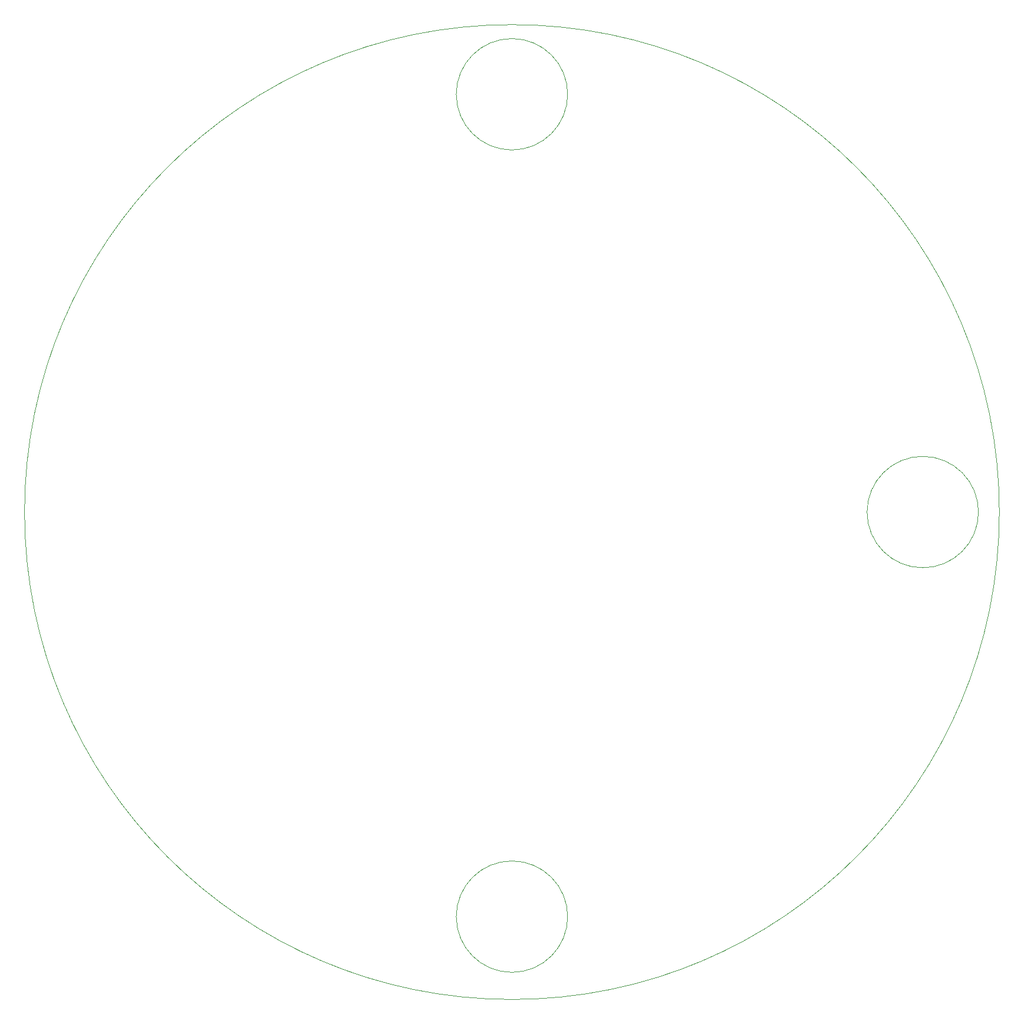
<source format=gm1>
G04 #@! TF.GenerationSoftware,KiCad,Pcbnew,5.1.5+dfsg1-2build2*
G04 #@! TF.CreationDate,2021-10-24T20:04:42+02:00*
G04 #@! TF.ProjectId,amepl_led,616d6570-6c5f-46c6-9564-2e6b69636164,rev?*
G04 #@! TF.SameCoordinates,Original*
G04 #@! TF.FileFunction,Profile,NP*
%FSLAX46Y46*%
G04 Gerber Fmt 4.6, Leading zero omitted, Abs format (unit mm)*
G04 Created by KiCad (PCBNEW 5.1.5+dfsg1-2build2) date 2021-10-24 20:04:42*
%MOMM*%
%LPD*%
G04 APERTURE LIST*
%ADD10C,0.050000*%
G04 APERTURE END LIST*
D10*
X158000000Y-90000000D02*
G75*
G03X158000000Y-90000000I-8000000J0D01*
G01*
X217000000Y-150000000D02*
G75*
G03X217000000Y-150000000I-8000000J0D01*
G01*
X158000000Y-208109346D02*
G75*
G03X158000000Y-208109346I-8000000J0D01*
G01*
X220000000Y-150000000D02*
G75*
G03X220000000Y-150000000I-70000000J0D01*
G01*
M02*

</source>
